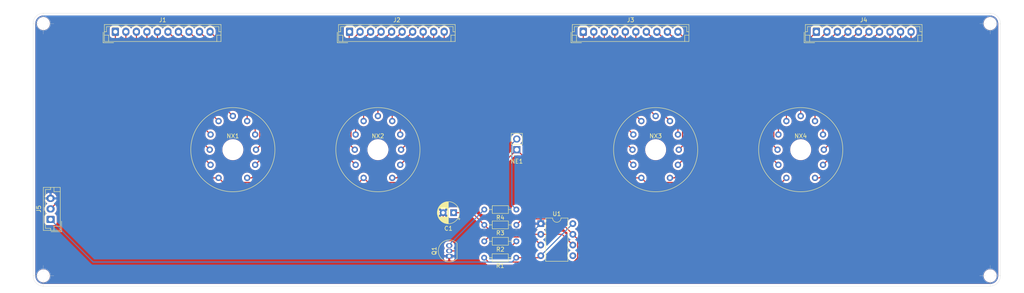
<source format=kicad_pcb>
(kicad_pcb (version 20171130) (host pcbnew 5.1.9+dfsg1-1+deb11u1)
  (title_block (title QS27_1) (date 2023-01-27) (rev v1.0) (company "Chengxun Lee"))
  (layers (0 F.Cu signal) (31 B.Cu signal) (34 B.Paste user) (35 F.Paste user) (36 B.SilkS user) (37 F.SilkS user) (38 B.Mask user) (39 F.Mask user) (44 Edge.Cuts user))
  (net 0 "")
  (net 1 GND)
  (net 2 "Net-(C1-Pad1)")
  (net 3 "Net-(J1-Pad10)")
  (net 4 "Net-(J1-Pad9)")
  (net 5 "Net-(J1-Pad8)")
  (net 6 "Net-(J1-Pad7)")
  (net 7 "Net-(J1-Pad6)")
  (net 8 "Net-(J1-Pad5)")
  (net 9 "Net-(J1-Pad4)")
  (net 10 "Net-(J1-Pad3)")
  (net 11 "Net-(J1-Pad2)")
  (net 12 "Net-(J1-Pad1)")
  (net 13 "Net-(J2-Pad10)")
  (net 14 "Net-(J2-Pad9)")
  (net 15 "Net-(J2-Pad8)")
  (net 16 "Net-(J2-Pad7)")
  (net 17 "Net-(J2-Pad6)")
  (net 18 "Net-(J2-Pad5)")
  (net 19 "Net-(J2-Pad4)")
  (net 20 "Net-(J2-Pad3)")
  (net 21 "Net-(J2-Pad2)")
  (net 22 "Net-(J2-Pad1)")
  (net 23 "Net-(J3-Pad10)")
  (net 24 "Net-(J3-Pad9)")
  (net 25 "Net-(J3-Pad8)")
  (net 26 "Net-(J3-Pad7)")
  (net 27 "Net-(J3-Pad6)")
  (net 28 "Net-(J3-Pad5)")
  (net 29 "Net-(J3-Pad4)")
  (net 30 "Net-(J3-Pad3)")
  (net 31 "Net-(J3-Pad2)")
  (net 32 "Net-(J3-Pad1)")
  (net 33 "Net-(J4-Pad10)")
  (net 34 "Net-(J4-Pad9)")
  (net 35 "Net-(J4-Pad8)")
  (net 36 "Net-(J4-Pad7)")
  (net 37 "Net-(J4-Pad6)")
  (net 38 "Net-(J4-Pad5)")
  (net 39 "Net-(J4-Pad4)")
  (net 40 "Net-(J4-Pad3)")
  (net 41 "Net-(J4-Pad2)")
  (net 42 "Net-(J4-Pad1)")
  (net 43 ANODE_PIN)
  (net 44 +5V)
  (net 45 "Net-(NE1-Pad2)")
  (net 46 "Net-(Q1-Pad3)")
  (net 47 NE555_OUT)
  (net 48 "Net-(R1-Pad2)")
  (net 49 "Net-(R2-Pad2)")
  (module MountingHole:MountingHole_2.1mm (layer F.Cu) (at 96.9 124.4)
    (fp_text reference REF** hide)
    (fp_text value MountingHole_2.1mm)
    (pad "" np_thru_hole circle (at 0 0) (size 2.1 2.1) (drill 2.1) (layers *.Cu *.Mask))
  )
  (module MountingHole:MountingHole_2.1mm (layer F.Cu) (at 96.9 184.35)
    (fp_text reference REF** hide)
    (fp_text value MountingHole_2.1mm)
    (pad "" np_thru_hole circle (at 0 0) (size 2.1 2.1) (drill 2.1) (layers *.Cu *.Mask))
  )
  (module MountingHole:MountingHole_2.1mm (layer F.Cu) (at 321.9 184.35)
    (fp_text reference REF** hide)
    (fp_text value MountingHole_2.1mm)
    (pad "" np_thru_hole circle (at 0 0) (size 2.1 2.1) (drill 2.1) (layers *.Cu *.Mask))
  )
  (module MountingHole:MountingHole_2.1mm (layer F.Cu) (at 321.9 124.4)
    (fp_text reference REF** hide)
    (fp_text value MountingHole_2.1mm)
    (pad "" np_thru_hole circle (at 0 0) (size 2.1 2.1) (drill 2.1) (layers *.Cu *.Mask))
  )
  (module Package_DIP:DIP-8_W7.62mm (layer F.Cu) (at 215.1 171.95)
    (fp_text reference U1 (at 3.81 -2.33) (layer F.SilkS))
    (fp_text value NE555P)
    (fp_line (start 6.46 -1.33) (end 4.81 -1.33) (layer F.SilkS) (width 0.12))
    (fp_line (start 6.46 8.95) (end 6.46 -1.33) (layer F.SilkS) (width 0.12))
    (fp_line (start 1.16 8.95) (end 6.46 8.95) (layer F.SilkS) (width 0.12))
    (fp_line (start 1.16 -1.33) (end 1.16 8.95) (layer F.SilkS) (width 0.12))
    (fp_line (start 2.81 -1.33) (end 1.16 -1.33) (layer F.SilkS) (width 0.12))
    (fp_arc (start 3.81 -1.33) (end 2.81 -1.33) (angle -180) (layer F.SilkS) (width 0.12))
    (pad 1 thru_hole rect (at 0 0) (size 1.6 1.6) (drill 0.8) (layers *.Cu *.Mask) (net 1 GND))
    (pad 5 thru_hole oval (at 7.62 7.62) (size 1.6 1.6) (drill 0.8) (layers *.Cu *.Mask))
    (pad 2 thru_hole oval (at 0 2.54) (size 1.6 1.6) (drill 0.8) (layers *.Cu *.Mask) (net 2 "Net-(C1-Pad1)"))
    (pad 6 thru_hole oval (at 7.62 5.08) (size 1.6 1.6) (drill 0.8) (layers *.Cu *.Mask) (net 2 "Net-(C1-Pad1)"))
    (pad 3 thru_hole oval (at 0 5.08) (size 1.6 1.6) (drill 0.8) (layers *.Cu *.Mask) (net 49 "Net-(R2-Pad2)"))
    (pad 7 thru_hole oval (at 7.62 2.54) (size 1.6 1.6) (drill 0.8) (layers *.Cu *.Mask) (net 48 "Net-(R1-Pad2)"))
    (pad 4 thru_hole oval (at 0 7.62) (size 1.6 1.6) (drill 0.8) (layers *.Cu *.Mask) (net 44 +5V))
    (pad 8 thru_hole oval (at 7.62 0) (size 1.6 1.6) (drill 0.8) (layers *.Cu *.Mask) (net 44 +5V))
  )
  (module Resistor_THT:R_Axial_DIN0204_L3.6mm_D1.6mm_P7.62mm_Horizontal (layer F.Cu) (at 209.3 168.6 180)
    (fp_text reference R4 (at 3.81 -1.92) (layer F.SilkS))
    (fp_text value 50k)
    (fp_line (start 6.68 0) (end 5.73 0) (layer F.SilkS) (width 0.12))
    (fp_line (start 0.94 0) (end 1.89 0) (layer F.SilkS) (width 0.12))
    (fp_line (start 5.73 -0.92) (end 1.89 -0.92) (layer F.SilkS) (width 0.12))
    (fp_line (start 5.73 0.92) (end 5.73 -0.92) (layer F.SilkS) (width 0.12))
    (fp_line (start 1.89 0.92) (end 5.73 0.92) (layer F.SilkS) (width 0.12))
    (fp_line (start 1.89 -0.92) (end 1.89 0.92) (layer F.SilkS) (width 0.12))
    (pad 1 thru_hole circle (at 0 0 180) (size 1.4 1.4) (drill 0.7) (layers *.Cu *.Mask) (net 45 "Net-(NE1-Pad2)"))
    (pad 2 thru_hole oval (at 7.62 0 180) (size 1.4 1.4) (drill 0.7) (layers *.Cu *.Mask) (net 46 "Net-(Q1-Pad3)"))
  )
  (module Resistor_THT:R_Axial_DIN0204_L3.6mm_D1.6mm_P7.62mm_Horizontal (layer F.Cu) (at 209.3 172.25 180)
    (fp_text reference R3 (at 3.81 -1.92) (layer F.SilkS))
    (fp_text value 100k)
    (fp_line (start 6.68 0) (end 5.73 0) (layer F.SilkS) (width 0.12))
    (fp_line (start 0.94 0) (end 1.89 0) (layer F.SilkS) (width 0.12))
    (fp_line (start 5.73 -0.92) (end 1.89 -0.92) (layer F.SilkS) (width 0.12))
    (fp_line (start 5.73 0.92) (end 5.73 -0.92) (layer F.SilkS) (width 0.12))
    (fp_line (start 1.89 0.92) (end 5.73 0.92) (layer F.SilkS) (width 0.12))
    (fp_line (start 1.89 -0.92) (end 1.89 0.92) (layer F.SilkS) (width 0.12))
    (pad 1 thru_hole circle (at 0 0 180) (size 1.4 1.4) (drill 0.7) (layers *.Cu *.Mask) (net 48 "Net-(R1-Pad2)"))
    (pad 2 thru_hole oval (at 7.62 0 180) (size 1.4 1.4) (drill 0.7) (layers *.Cu *.Mask) (net 2 "Net-(C1-Pad1)"))
  )
  (module Resistor_THT:R_Axial_DIN0204_L3.6mm_D1.6mm_P7.62mm_Horizontal (layer F.Cu) (at 209.3 176.15 180)
    (fp_text reference R2 (at 3.81 -1.92) (layer F.SilkS))
    (fp_text value 10k)
    (fp_line (start 6.68 0) (end 5.73 0) (layer F.SilkS) (width 0.12))
    (fp_line (start 0.94 0) (end 1.89 0) (layer F.SilkS) (width 0.12))
    (fp_line (start 5.73 -0.92) (end 1.89 -0.92) (layer F.SilkS) (width 0.12))
    (fp_line (start 5.73 0.92) (end 5.73 -0.92) (layer F.SilkS) (width 0.12))
    (fp_line (start 1.89 0.92) (end 5.73 0.92) (layer F.SilkS) (width 0.12))
    (fp_line (start 1.89 -0.92) (end 1.89 0.92) (layer F.SilkS) (width 0.12))
    (pad 1 thru_hole circle (at 0 0 180) (size 1.4 1.4) (drill 0.7) (layers *.Cu *.Mask) (net 47 NE555_OUT))
    (pad 2 thru_hole oval (at 7.62 0 180) (size 1.4 1.4) (drill 0.7) (layers *.Cu *.Mask) (net 49 "Net-(R2-Pad2)"))
  )
  (module Resistor_THT:R_Axial_DIN0204_L3.6mm_D1.6mm_P7.62mm_Horizontal (layer F.Cu) (at 209.27 180.05 180)
    (fp_text reference R1 (at 3.81 -1.92) (layer F.SilkS))
    (fp_text value 1k)
    (fp_line (start 6.68 0) (end 5.73 0) (layer F.SilkS) (width 0.12))
    (fp_line (start 0.94 0) (end 1.89 0) (layer F.SilkS) (width 0.12))
    (fp_line (start 5.73 -0.92) (end 1.89 -0.92) (layer F.SilkS) (width 0.12))
    (fp_line (start 5.73 0.92) (end 5.73 -0.92) (layer F.SilkS) (width 0.12))
    (fp_line (start 1.89 0.92) (end 5.73 0.92) (layer F.SilkS) (width 0.12))
    (fp_line (start 1.89 -0.92) (end 1.89 0.92) (layer F.SilkS) (width 0.12))
    (pad 1 thru_hole circle (at 0 0 180) (size 1.4 1.4) (drill 0.7) (layers *.Cu *.Mask) (net 44 +5V))
    (pad 2 thru_hole oval (at 7.62 0 180) (size 1.4 1.4) (drill 0.7) (layers *.Cu *.Mask) (net 48 "Net-(R1-Pad2)"))
  )
  (module Package_TO_SOT_THT:TO-92_Inline (layer F.Cu) (at 193.35 179.7 90)
    (fp_text reference Q1 (at 1.27 -3.56 90) (layer F.SilkS))
    (fp_text value MPSA42)
    (fp_line (start -0.53 1.85) (end 3.07 1.85) (layer F.SilkS) (width 0.12))
    (fp_arc (start 1.27 0) (end 1.27 -2.6) (angle -135) (layer F.SilkS) (width 0.12))
    (fp_arc (start 1.27 0) (end 1.27 -2.6) (angle 135) (layer F.SilkS) (width 0.12))
    (pad 2 thru_hole oval (at 1.27 0 90) (size 1.05 1.5) (drill 0.75) (layers *.Cu *.Mask) (net 47 NE555_OUT))
    (pad 3 thru_hole oval (at 2.54 0 90) (size 1.05 1.5) (drill 0.75) (layers *.Cu *.Mask) (net 46 "Net-(Q1-Pad3)"))
    (pad 1 thru_hole rect (at 0 0 90) (size 1.05 1.5) (drill 0.75) (layers *.Cu *.Mask) (net 1 GND))
  )
  (module Nixie_Clock:QS27-1 (layer F.Cu) (at 276.875 154.375)
    (fp_text reference NX4 (at 0 -3.2512) (layer F.SilkS))
    (fp_text value QS27-1)
    (fp_circle (center 0 0) (end 10 0) (layer F.SilkS) (width 0.12))
    (pad 6 thru_hole circle (at 0 -8) (size 1.5 1.5) (drill 0.8) (layers *.Cu *.Mask) (net 38 "Net-(J4-Pad5)"))
    (pad 7 thru_hole circle (at -3.4 -6.8) (size 1.5 1.5) (drill 0.8) (layers *.Cu *.Mask) (net 39 "Net-(J4-Pad4)"))
    (pad 3 thru_hole circle (at 5.5 0) (size 1.5 1.5) (drill 0.8) (layers *.Cu *.Mask) (net 35 "Net-(J4-Pad8)"))
    (pad 4 thru_hole circle (at 5.3 -3.6) (size 1.5 1.5) (drill 0.8) (layers *.Cu *.Mask) (net 36 "Net-(J4-Pad7)"))
    (pad 5 thru_hole circle (at 3.4 -6.8) (size 1.5 1.5) (drill 0.8) (layers *.Cu *.Mask) (net 37 "Net-(J4-Pad6)"))
    (pad 8 thru_hole circle (at -5.3 -3.6) (size 1.5 1.5) (drill 0.8) (layers *.Cu *.Mask) (net 40 "Net-(J4-Pad3)"))
    (pad 9 thru_hole circle (at -5.5 0) (size 1.5 1.5) (drill 0.8) (layers *.Cu *.Mask) (net 41 "Net-(J4-Pad2)"))
    (pad 0 thru_hole circle (at -5.3 3.6) (size 1.5 1.5) (drill 0.8) (layers *.Cu *.Mask) (net 42 "Net-(J4-Pad1)"))
    (pad A thru_hole circle (at -3.4 6.7) (size 1.5 1.5) (drill 0.8) (layers *.Cu *.Mask) (net 43 ANODE_PIN))
    (pad 1 thru_hole circle (at 3.4 6.7) (size 1.5 1.5) (drill 0.8) (layers *.Cu *.Mask) (net 33 "Net-(J4-Pad10)"))
    (pad 2 thru_hole circle (at 5.3 3.6) (size 1.5 1.5) (drill 0.8) (layers *.Cu *.Mask) (net 34 "Net-(J4-Pad9)"))
    (pad "" np_thru_hole circle (at 0 0) (size 4 4) (drill 4) (layers *.Cu *.Mask))
  )
  (module Nixie_Clock:QS27-1 (layer F.Cu) (at 242.4 154.375)
    (fp_text reference NX3 (at 0 -3.2512) (layer F.SilkS))
    (fp_text value QS27-1)
    (fp_circle (center 0 0) (end 10 0) (layer F.SilkS) (width 0.12))
    (pad 6 thru_hole circle (at 0 -8) (size 1.5 1.5) (drill 0.8) (layers *.Cu *.Mask) (net 28 "Net-(J3-Pad5)"))
    (pad 7 thru_hole circle (at -3.4 -6.8) (size 1.5 1.5) (drill 0.8) (layers *.Cu *.Mask) (net 29 "Net-(J3-Pad4)"))
    (pad 3 thru_hole circle (at 5.5 0) (size 1.5 1.5) (drill 0.8) (layers *.Cu *.Mask) (net 25 "Net-(J3-Pad8)"))
    (pad 4 thru_hole circle (at 5.3 -3.6) (size 1.5 1.5) (drill 0.8) (layers *.Cu *.Mask) (net 26 "Net-(J3-Pad7)"))
    (pad 5 thru_hole circle (at 3.4 -6.8) (size 1.5 1.5) (drill 0.8) (layers *.Cu *.Mask) (net 27 "Net-(J3-Pad6)"))
    (pad 8 thru_hole circle (at -5.3 -3.6) (size 1.5 1.5) (drill 0.8) (layers *.Cu *.Mask) (net 30 "Net-(J3-Pad3)"))
    (pad 9 thru_hole circle (at -5.5 0) (size 1.5 1.5) (drill 0.8) (layers *.Cu *.Mask) (net 31 "Net-(J3-Pad2)"))
    (pad 0 thru_hole circle (at -5.3 3.6) (size 1.5 1.5) (drill 0.8) (layers *.Cu *.Mask) (net 32 "Net-(J3-Pad1)"))
    (pad A thru_hole circle (at -3.4 6.7) (size 1.5 1.5) (drill 0.8) (layers *.Cu *.Mask) (net 43 ANODE_PIN))
    (pad 1 thru_hole circle (at 3.4 6.7) (size 1.5 1.5) (drill 0.8) (layers *.Cu *.Mask) (net 23 "Net-(J3-Pad10)"))
    (pad 2 thru_hole circle (at 5.3 3.6) (size 1.5 1.5) (drill 0.8) (layers *.Cu *.Mask) (net 24 "Net-(J3-Pad9)"))
    (pad "" np_thru_hole circle (at 0 0) (size 4 4) (drill 4) (layers *.Cu *.Mask))
  )
  (module Nixie_Clock:QS27-1 (layer F.Cu) (at 176.4 154.375)
    (fp_text reference NX2 (at 0 -3.2512) (layer F.SilkS))
    (fp_text value QS27-1)
    (fp_circle (center 0 0) (end 10 0) (layer F.SilkS) (width 0.12))
    (pad 6 thru_hole circle (at 0 -8) (size 1.5 1.5) (drill 0.8) (layers *.Cu *.Mask) (net 18 "Net-(J2-Pad5)"))
    (pad 7 thru_hole circle (at -3.4 -6.8) (size 1.5 1.5) (drill 0.8) (layers *.Cu *.Mask) (net 19 "Net-(J2-Pad4)"))
    (pad 3 thru_hole circle (at 5.5 0) (size 1.5 1.5) (drill 0.8) (layers *.Cu *.Mask) (net 15 "Net-(J2-Pad8)"))
    (pad 4 thru_hole circle (at 5.3 -3.6) (size 1.5 1.5) (drill 0.8) (layers *.Cu *.Mask) (net 16 "Net-(J2-Pad7)"))
    (pad 5 thru_hole circle (at 3.4 -6.8) (size 1.5 1.5) (drill 0.8) (layers *.Cu *.Mask) (net 17 "Net-(J2-Pad6)"))
    (pad 8 thru_hole circle (at -5.3 -3.6) (size 1.5 1.5) (drill 0.8) (layers *.Cu *.Mask) (net 20 "Net-(J2-Pad3)"))
    (pad 9 thru_hole circle (at -5.5 0) (size 1.5 1.5) (drill 0.8) (layers *.Cu *.Mask) (net 21 "Net-(J2-Pad2)"))
    (pad 0 thru_hole circle (at -5.3 3.6) (size 1.5 1.5) (drill 0.8) (layers *.Cu *.Mask) (net 22 "Net-(J2-Pad1)"))
    (pad A thru_hole circle (at -3.4 6.7) (size 1.5 1.5) (drill 0.8) (layers *.Cu *.Mask) (net 43 ANODE_PIN))
    (pad 1 thru_hole circle (at 3.4 6.7) (size 1.5 1.5) (drill 0.8) (layers *.Cu *.Mask) (net 13 "Net-(J2-Pad10)"))
    (pad 2 thru_hole circle (at 5.3 3.6) (size 1.5 1.5) (drill 0.8) (layers *.Cu *.Mask) (net 14 "Net-(J2-Pad9)"))
    (pad "" np_thru_hole circle (at 0 0) (size 4 4) (drill 4) (layers *.Cu *.Mask))
  )
  (module Nixie_Clock:QS27-1 (layer F.Cu) (at 141.925 154.375)
    (fp_text reference NX1 (at 0 -3.2512) (layer F.SilkS))
    (fp_text value QS27-1)
    (fp_circle (center 0 0) (end 10 0) (layer F.SilkS) (width 0.12))
    (pad 6 thru_hole circle (at 0 -8) (size 1.5 1.5) (drill 0.8) (layers *.Cu *.Mask) (net 8 "Net-(J1-Pad5)"))
    (pad 7 thru_hole circle (at -3.4 -6.8) (size 1.5 1.5) (drill 0.8) (layers *.Cu *.Mask) (net 9 "Net-(J1-Pad4)"))
    (pad 3 thru_hole circle (at 5.5 0) (size 1.5 1.5) (drill 0.8) (layers *.Cu *.Mask) (net 5 "Net-(J1-Pad8)"))
    (pad 4 thru_hole circle (at 5.3 -3.6) (size 1.5 1.5) (drill 0.8) (layers *.Cu *.Mask) (net 6 "Net-(J1-Pad7)"))
    (pad 5 thru_hole circle (at 3.4 -6.8) (size 1.5 1.5) (drill 0.8) (layers *.Cu *.Mask) (net 7 "Net-(J1-Pad6)"))
    (pad 8 thru_hole circle (at -5.3 -3.6) (size 1.5 1.5) (drill 0.8) (layers *.Cu *.Mask) (net 10 "Net-(J1-Pad3)"))
    (pad 9 thru_hole circle (at -5.5 0) (size 1.5 1.5) (drill 0.8) (layers *.Cu *.Mask) (net 11 "Net-(J1-Pad2)"))
    (pad 0 thru_hole circle (at -5.3 3.6) (size 1.5 1.5) (drill 0.8) (layers *.Cu *.Mask) (net 12 "Net-(J1-Pad1)"))
    (pad A thru_hole circle (at -3.4 6.7) (size 1.5 1.5) (drill 0.8) (layers *.Cu *.Mask) (net 43 ANODE_PIN))
    (pad 1 thru_hole circle (at 3.4 6.7) (size 1.5 1.5) (drill 0.8) (layers *.Cu *.Mask) (net 3 "Net-(J1-Pad10)"))
    (pad 2 thru_hole circle (at 5.3 3.6) (size 1.5 1.5) (drill 0.8) (layers *.Cu *.Mask) (net 4 "Net-(J1-Pad9)"))
    (pad "" np_thru_hole circle (at 0 0) (size 4 4) (drill 4) (layers *.Cu *.Mask))
  )
  (module Connector_PinSocket_2.54mm:PinSocket_1x02_P2.54mm_Vertical (layer F.Cu) (at 209.4 154.375 180)
    (fp_text reference NE1 (at 0 -2.77) (layer F.SilkS))
    (fp_text value Lamp_Neon)
    (fp_line (start -1.33 1.27) (end 1.33 1.27) (layer F.SilkS) (width 0.12))
    (fp_line (start -1.33 1.27) (end -1.33 3.87) (layer F.SilkS) (width 0.12))
    (fp_line (start -1.33 3.87) (end 1.33 3.87) (layer F.SilkS) (width 0.12))
    (fp_line (start 1.33 1.27) (end 1.33 3.87) (layer F.SilkS) (width 0.12))
    (fp_line (start 1.33 -1.33) (end 1.33 0) (layer F.SilkS) (width 0.12))
    (fp_line (start 0 -1.33) (end 1.33 -1.33) (layer F.SilkS) (width 0.12))
    (pad 2 thru_hole oval (at 0 2.54 180) (size 1.7 1.7) (drill 1) (layers *.Cu *.Mask) (net 45 "Net-(NE1-Pad2)"))
    (pad 1 thru_hole rect (at 0 0 180) (size 1.7 1.7) (drill 1) (layers *.Cu *.Mask) (net 43 ANODE_PIN))
  )
  (module Connector_JST:JST_EH_B3B-EH-A_1x03_P2.50mm_Vertical (layer F.Cu) (at 98.6 170.95 90)
    (fp_text reference J5 (at 2.5 -2.8 90) (layer F.SilkS))
    (fp_text value Conn_01x03)
    (fp_line (start -2.61 -1.71) (end -2.61 2.31) (layer F.SilkS) (width 0.12))
    (fp_line (start -2.61 2.31) (end 7.61 2.31) (layer F.SilkS) (width 0.12))
    (fp_line (start 7.61 2.31) (end 7.61 -1.71) (layer F.SilkS) (width 0.12))
    (fp_line (start 7.61 -1.71) (end -2.61 -1.71) (layer F.SilkS) (width 0.12))
    (fp_line (start -2.61 0) (end -2.11 0) (layer F.SilkS) (width 0.12))
    (fp_line (start -2.11 0) (end -2.11 -1.21) (layer F.SilkS) (width 0.12))
    (fp_line (start -2.11 -1.21) (end 7.11 -1.21) (layer F.SilkS) (width 0.12))
    (fp_line (start 7.11 -1.21) (end 7.11 0) (layer F.SilkS) (width 0.12))
    (fp_line (start 7.11 0) (end 7.61 0) (layer F.SilkS) (width 0.12))
    (fp_line (start -2.61 0.81) (end -1.61 0.81) (layer F.SilkS) (width 0.12))
    (fp_line (start -1.61 0.81) (end -1.61 2.31) (layer F.SilkS) (width 0.12))
    (fp_line (start 7.61 0.81) (end 6.61 0.81) (layer F.SilkS) (width 0.12))
    (fp_line (start 6.61 0.81) (end 6.61 2.31) (layer F.SilkS) (width 0.12))
    (fp_line (start -2.91 0.11) (end -2.91 2.61) (layer F.SilkS) (width 0.12))
    (fp_line (start -2.91 2.61) (end -0.41 2.61) (layer F.SilkS) (width 0.12))
    (pad 3 thru_hole oval (at 5 0 90) (size 1.7 1.95) (drill 0.95) (layers *.Cu *.Mask) (net 1 GND))
    (pad 2 thru_hole oval (at 2.5 0 90) (size 1.7 1.95) (drill 0.95) (layers *.Cu *.Mask) (net 43 ANODE_PIN))
    (pad 1 thru_hole roundrect (at 0 0 90) (size 1.7 1.95) (drill 0.95) (layers *.Cu *.Mask) (roundrect_rratio 0.1470588235294118) (net 44 +5V))
  )
  (module Connector_JST:JST_EH_B10B-EH-A_1x10_P2.50mm_Vertical (layer F.Cu) (at 280.6 126.35)
    (fp_text reference J4 (at 11.25 -2.8) (layer F.SilkS))
    (fp_text value Conn_01x10)
    (fp_line (start -2.61 -1.71) (end -2.61 2.31) (layer F.SilkS) (width 0.12))
    (fp_line (start -2.61 2.31) (end 25.11 2.31) (layer F.SilkS) (width 0.12))
    (fp_line (start 25.11 2.31) (end 25.11 -1.71) (layer F.SilkS) (width 0.12))
    (fp_line (start 25.11 -1.71) (end -2.61 -1.71) (layer F.SilkS) (width 0.12))
    (fp_line (start -2.61 0) (end -2.11 0) (layer F.SilkS) (width 0.12))
    (fp_line (start -2.11 0) (end -2.11 -1.21) (layer F.SilkS) (width 0.12))
    (fp_line (start -2.11 -1.21) (end 24.61 -1.21) (layer F.SilkS) (width 0.12))
    (fp_line (start 24.61 -1.21) (end 24.61 0) (layer F.SilkS) (width 0.12))
    (fp_line (start 24.61 0) (end 25.11 0) (layer F.SilkS) (width 0.12))
    (fp_line (start -2.61 0.81) (end -1.61 0.81) (layer F.SilkS) (width 0.12))
    (fp_line (start -1.61 0.81) (end -1.61 2.31) (layer F.SilkS) (width 0.12))
    (fp_line (start 25.11 0.81) (end 24.11 0.81) (layer F.SilkS) (width 0.12))
    (fp_line (start 24.11 0.81) (end 24.11 2.31) (layer F.SilkS) (width 0.12))
    (fp_line (start -2.91 0.11) (end -2.91 2.61) (layer F.SilkS) (width 0.12))
    (fp_line (start -2.91 2.61) (end -0.41 2.61) (layer F.SilkS) (width 0.12))
    (pad 10 thru_hole oval (at 22.5 0) (size 1.7 1.95) (drill 0.95) (layers *.Cu *.Mask) (net 33 "Net-(J4-Pad10)"))
    (pad 9 thru_hole oval (at 20 0) (size 1.7 1.95) (drill 0.95) (layers *.Cu *.Mask) (net 34 "Net-(J4-Pad9)"))
    (pad 8 thru_hole oval (at 17.5 0) (size 1.7 1.95) (drill 0.95) (layers *.Cu *.Mask) (net 35 "Net-(J4-Pad8)"))
    (pad 7 thru_hole oval (at 15 0) (size 1.7 1.95) (drill 0.95) (layers *.Cu *.Mask) (net 36 "Net-(J4-Pad7)"))
    (pad 6 thru_hole oval (at 12.5 0) (size 1.7 1.95) (drill 0.95) (layers *.Cu *.Mask) (net 37 "Net-(J4-Pad6)"))
    (pad 5 thru_hole oval (at 10 0) (size 1.7 1.95) (drill 0.95) (layers *.Cu *.Mask) (net 38 "Net-(J4-Pad5)"))
    (pad 4 thru_hole oval (at 7.5 0) (size 1.7 1.95) (drill 0.95) (layers *.Cu *.Mask) (net 39 "Net-(J4-Pad4)"))
    (pad 3 thru_hole oval (at 5 0) (size 1.7 1.95) (drill 0.95) (layers *.Cu *.Mask) (net 40 "Net-(J4-Pad3)"))
    (pad 2 thru_hole oval (at 2.5 0) (size 1.7 1.95) (drill 0.95) (layers *.Cu *.Mask) (net 41 "Net-(J4-Pad2)"))
    (pad 1 thru_hole roundrect (at 0 0) (size 1.7 1.95) (drill 0.95) (layers *.Cu *.Mask) (roundrect_rratio 0.1470588235294118) (net 42 "Net-(J4-Pad1)"))
  )
  (module Connector_JST:JST_EH_B10B-EH-A_1x10_P2.50mm_Vertical (layer F.Cu) (at 225.2 126.35)
    (fp_text reference J3 (at 11.25 -2.8) (layer F.SilkS))
    (fp_text value Conn_01x10)
    (fp_line (start -2.61 -1.71) (end -2.61 2.31) (layer F.SilkS) (width 0.12))
    (fp_line (start -2.61 2.31) (end 25.11 2.31) (layer F.SilkS) (width 0.12))
    (fp_line (start 25.11 2.31) (end 25.11 -1.71) (layer F.SilkS) (width 0.12))
    (fp_line (start 25.11 -1.71) (end -2.61 -1.71) (layer F.SilkS) (width 0.12))
    (fp_line (start -2.61 0) (end -2.11 0) (layer F.SilkS) (width 0.12))
    (fp_line (start -2.11 0) (end -2.11 -1.21) (layer F.SilkS) (width 0.12))
    (fp_line (start -2.11 -1.21) (end 24.61 -1.21) (layer F.SilkS) (width 0.12))
    (fp_line (start 24.61 -1.21) (end 24.61 0) (layer F.SilkS) (width 0.12))
    (fp_line (start 24.61 0) (end 25.11 0) (layer F.SilkS) (width 0.12))
    (fp_line (start -2.61 0.81) (end -1.61 0.81) (layer F.SilkS) (width 0.12))
    (fp_line (start -1.61 0.81) (end -1.61 2.31) (layer F.SilkS) (width 0.12))
    (fp_line (start 25.11 0.81) (end 24.11 0.81) (layer F.SilkS) (width 0.12))
    (fp_line (start 24.11 0.81) (end 24.11 2.31) (layer F.SilkS) (width 0.12))
    (fp_line (start -2.91 0.11) (end -2.91 2.61) (layer F.SilkS) (width 0.12))
    (fp_line (start -2.91 2.61) (end -0.41 2.61) (layer F.SilkS) (width 0.12))
    (pad 10 thru_hole oval (at 22.5 0) (size 1.7 1.95) (drill 0.95) (layers *.Cu *.Mask) (net 23 "Net-(J3-Pad10)"))
    (pad 9 thru_hole oval (at 20 0) (size 1.7 1.95) (drill 0.95) (layers *.Cu *.Mask) (net 24 "Net-(J3-Pad9)"))
    (pad 8 thru_hole oval (at 17.5 0) (size 1.7 1.95) (drill 0.95) (layers *.Cu *.Mask) (net 25 "Net-(J3-Pad8)"))
    (pad 7 thru_hole oval (at 15 0) (size 1.7 1.95) (drill 0.95) (layers *.Cu *.Mask) (net 26 "Net-(J3-Pad7)"))
    (pad 6 thru_hole oval (at 12.5 0) (size 1.7 1.95) (drill 0.95) (layers *.Cu *.Mask) (net 27 "Net-(J3-Pad6)"))
    (pad 5 thru_hole oval (at 10 0) (size 1.7 1.95) (drill 0.95) (layers *.Cu *.Mask) (net 28 "Net-(J3-Pad5)"))
    (pad 4 thru_hole oval (at 7.5 0) (size 1.7 1.95) (drill 0.95) (layers *.Cu *.Mask) (net 29 "Net-(J3-Pad4)"))
    (pad 3 thru_hole oval (at 5 0) (size 1.7 1.95) (drill 0.95) (layers *.Cu *.Mask) (net 30 "Net-(J3-Pad3)"))
    (pad 2 thru_hole oval (at 2.5 0) (size 1.7 1.95) (drill 0.95) (layers *.Cu *.Mask) (net 31 "Net-(J3-Pad2)"))
    (pad 1 thru_hole roundrect (at 0 0) (size 1.7 1.95) (drill 0.95) (layers *.Cu *.Mask) (roundrect_rratio 0.1470588235294118) (net 32 "Net-(J3-Pad1)"))
  )
  (module Connector_JST:JST_EH_B10B-EH-A_1x10_P2.50mm_Vertical (layer F.Cu) (at 169.65 126.35)
    (fp_text reference J2 (at 11.25 -2.8) (layer F.SilkS))
    (fp_text value Conn_01x10)
    (fp_line (start -2.61 -1.71) (end -2.61 2.31) (layer F.SilkS) (width 0.12))
    (fp_line (start -2.61 2.31) (end 25.11 2.31) (layer F.SilkS) (width 0.12))
    (fp_line (start 25.11 2.31) (end 25.11 -1.71) (layer F.SilkS) (width 0.12))
    (fp_line (start 25.11 -1.71) (end -2.61 -1.71) (layer F.SilkS) (width 0.12))
    (fp_line (start -2.61 0) (end -2.11 0) (layer F.SilkS) (width 0.12))
    (fp_line (start -2.11 0) (end -2.11 -1.21) (layer F.SilkS) (width 0.12))
    (fp_line (start -2.11 -1.21) (end 24.61 -1.21) (layer F.SilkS) (width 0.12))
    (fp_line (start 24.61 -1.21) (end 24.61 0) (layer F.SilkS) (width 0.12))
    (fp_line (start 24.61 0) (end 25.11 0) (layer F.SilkS) (width 0.12))
    (fp_line (start -2.61 0.81) (end -1.61 0.81) (layer F.SilkS) (width 0.12))
    (fp_line (start -1.61 0.81) (end -1.61 2.31) (layer F.SilkS) (width 0.12))
    (fp_line (start 25.11 0.81) (end 24.11 0.81) (layer F.SilkS) (width 0.12))
    (fp_line (start 24.11 0.81) (end 24.11 2.31) (layer F.SilkS) (width 0.12))
    (fp_line (start -2.91 0.11) (end -2.91 2.61) (layer F.SilkS) (width 0.12))
    (fp_line (start -2.91 2.61) (end -0.41 2.61) (layer F.SilkS) (width 0.12))
    (pad 10 thru_hole oval (at 22.5 0) (size 1.7 1.95) (drill 0.95) (layers *.Cu *.Mask) (net 13 "Net-(J2-Pad10)"))
    (pad 9 thru_hole oval (at 20 0) (size 1.7 1.95) (drill 0.95) (layers *.Cu *.Mask) (net 14 "Net-(J2-Pad9)"))
    (pad 8 thru_hole oval (at 17.5 0) (size 1.7 1.95) (drill 0.95) (layers *.Cu *.Mask) (net 15 "Net-(J2-Pad8)"))
    (pad 7 thru_hole oval (at 15 0) (size 1.7 1.95) (drill 0.95) (layers *.Cu *.Mask) (net 16 "Net-(J2-Pad7)"))
    (pad 6 thru_hole oval (at 12.5 0) (size 1.7 1.95) (drill 0.95) (layers *.Cu *.Mask) (net 17 "Net-(J2-Pad6)"))
    (pad 5 thru_hole oval (at 10 0) (size 1.7 1.95) (drill 0.95) (layers *.Cu *.Mask) (net 18 "Net-(J2-Pad5)"))
    (pad 4 thru_hole oval (at 7.5 0) (size 1.7 1.95) (drill 0.95) (layers *.Cu *.Mask) (net 19 "Net-(J2-Pad4)"))
    (pad 3 thru_hole oval (at 5 0) (size 1.7 1.95) (drill 0.95) (layers *.Cu *.Mask) (net 20 "Net-(J2-Pad3)"))
    (pad 2 thru_hole oval (at 2.5 0) (size 1.7 1.95) (drill 0.95) (layers *.Cu *.Mask) (net 21 "Net-(J2-Pad2)"))
    (pad 1 thru_hole roundrect (at 0 0) (size 1.7 1.95) (drill 0.95) (layers *.Cu *.Mask) (roundrect_rratio 0.1470588235294118) (net 22 "Net-(J2-Pad1)"))
  )
  (module Connector_JST:JST_EH_B10B-EH-A_1x10_P2.50mm_Vertical (layer F.Cu) (at 114 126.35)
    (fp_text reference J1 (at 11.25 -2.8) (layer F.SilkS))
    (fp_text value Conn_01x10)
    (fp_line (start -2.61 -1.71) (end -2.61 2.31) (layer F.SilkS) (width 0.12))
    (fp_line (start -2.61 2.31) (end 25.11 2.31) (layer F.SilkS) (width 0.12))
    (fp_line (start 25.11 2.31) (end 25.11 -1.71) (layer F.SilkS) (width 0.12))
    (fp_line (start 25.11 -1.71) (end -2.61 -1.71) (layer F.SilkS) (width 0.12))
    (fp_line (start -2.61 0) (end -2.11 0) (layer F.SilkS) (width 0.12))
    (fp_line (start -2.11 0) (end -2.11 -1.21) (layer F.SilkS) (width 0.12))
    (fp_line (start -2.11 -1.21) (end 24.61 -1.21) (layer F.SilkS) (width 0.12))
    (fp_line (start 24.61 -1.21) (end 24.61 0) (layer F.SilkS) (width 0.12))
    (fp_line (start 24.61 0) (end 25.11 0) (layer F.SilkS) (width 0.12))
    (fp_line (start -2.61 0.81) (end -1.61 0.81) (layer F.SilkS) (width 0.12))
    (fp_line (start -1.61 0.81) (end -1.61 2.31) (layer F.SilkS) (width 0.12))
    (fp_line (start 25.11 0.81) (end 24.11 0.81) (layer F.SilkS) (width 0.12))
    (fp_line (start 24.11 0.81) (end 24.11 2.31) (layer F.SilkS) (width 0.12))
    (fp_line (start -2.91 0.11) (end -2.91 2.61) (layer F.SilkS) (width 0.12))
    (fp_line (start -2.91 2.61) (end -0.41 2.61) (layer F.SilkS) (width 0.12))
    (pad 10 thru_hole oval (at 22.5 0) (size 1.7 1.95) (drill 0.95) (layers *.Cu *.Mask) (net 3 "Net-(J1-Pad10)"))
    (pad 9 thru_hole oval (at 20 0) (size 1.7 1.95) (drill 0.95) (layers *.Cu *.Mask) (net 4 "Net-(J1-Pad9)"))
    (pad 8 thru_hole oval (at 17.5 0) (size 1.7 1.95) (drill 0.95) (layers *.Cu *.Mask) (net 5 "Net-(J1-Pad8)"))
    (pad 7 thru_hole oval (at 15 0) (size 1.7 1.95) (drill 0.95) (layers *.Cu *.Mask) (net 6 "Net-(J1-Pad7)"))
    (pad 6 thru_hole oval (at 12.5 0) (size 1.7 1.95) (drill 0.95) (layers *.Cu *.Mask) (net 7 "Net-(J1-Pad6)"))
    (pad 5 thru_hole oval (at 10 0) (size 1.7 1.95) (drill 0.95) (layers *.Cu *.Mask) (net 8 "Net-(J1-Pad5)"))
    (pad 4 thru_hole oval (at 7.5 0) (size 1.7 1.95) (drill 0.95) (layers *.Cu *.Mask) (net 9 "Net-(J1-Pad4)"))
    (pad 3 thru_hole oval (at 5 0) (size 1.7 1.95) (drill 0.95) (layers *.Cu *.Mask) (net 10 "Net-(J1-Pad3)"))
    (pad 2 thru_hole oval (at 2.5 0) (size 1.7 1.95) (drill 0.95) (layers *.Cu *.Mask) (net 11 "Net-(J1-Pad2)"))
    (pad 1 thru_hole roundrect (at 0 0) (size 1.7 1.95) (drill 0.95) (layers *.Cu *.Mask) (roundrect_rratio 0.1470588235294118) (net 12 "Net-(J1-Pad1)"))
  )
  (module Capacitor_THT:CP_Radial_D5.0mm_P2.50mm (layer F.Cu) (at 194.4 169.35 180)
    (fp_text reference C1 (at 1.25 -3.75) (layer F.SilkS))
    (fp_text value 10uF)
    (fp_line (start -1.304775 -1.725) (end -1.304775 -1.225) (layer F.SilkS) (width 0.12))
    (fp_line (start -1.554775 -1.475) (end -1.054775 -1.475) (layer F.SilkS) (width 0.12))
    (fp_line (start 3.851 -0.284) (end 3.851 0.284) (layer F.SilkS) (width 0.12))
    (fp_line (start 3.811 -0.518) (end 3.811 0.518) (layer F.SilkS) (width 0.12))
    (fp_line (start 3.771 -0.677) (end 3.771 0.677) (layer F.SilkS) (width 0.12))
    (fp_line (start 3.731 -0.805) (end 3.731 0.805) (layer F.SilkS) (width 0.12))
    (fp_line (start 3.691 -0.915) (end 3.691 0.915) (layer F.SilkS) (width 0.12))
    (fp_line (start 3.651 -1.011) (end 3.651 1.011) (layer F.SilkS) (width 0.12))
    (fp_line (start 3.611 -1.098) (end 3.611 1.098) (layer F.SilkS) (width 0.12))
    (fp_line (start 3.571 -1.178) (end 3.571 1.178) (layer F.SilkS) (width 0.12))
    (fp_line (start 3.531 1.04) (end 3.531 1.251) (layer F.SilkS) (width 0.12))
    (fp_line (start 3.531 -1.251) (end 3.531 -1.04) (layer F.SilkS) (width 0.12))
    (fp_line (start 3.491 1.04) (end 3.491 1.319) (layer F.SilkS) (width 0.12))
    (fp_line (start 3.491 -1.319) (end 3.491 -1.04) (layer F.SilkS) (width 0.12))
    (fp_line (start 3.451 1.04) (end 3.451 1.383) (layer F.SilkS) (width 0.12))
    (fp_line (start 3.451 -1.383) (end 3.451 -1.04) (layer F.SilkS) (width 0.12))
    (fp_line (start 3.411 1.04) (end 3.411 1.443) (layer F.SilkS) (width 0.12))
    (fp_line (start 3.411 -1.443) (end 3.411 -1.04) (layer F.SilkS) (width 0.12))
    (fp_line (start 3.371 1.04) (end 3.371 1.5) (layer F.SilkS) (width 0.12))
    (fp_line (start 3.371 -1.5) (end 3.371 -1.04) (layer F.SilkS) (width 0.12))
    (fp_line (start 3.331 1.04) (end 3.331 1.554) (layer F.SilkS) (width 0.12))
    (fp_line (start 3.331 -1.554) (end 3.331 -1.04) (layer F.SilkS) (width 0.12))
    (fp_line (start 3.291 1.04) (end 3.291 1.605) (layer F.SilkS) (width 0.12))
    (fp_line (start 3.291 -1.605) (end 3.291 -1.04) (layer F.SilkS) (width 0.12))
    (fp_line (start 3.251 1.04) (end 3.251 1.653) (layer F.SilkS) (width 0.12))
    (fp_line (start 3.251 -1.653) (end 3.251 -1.04) (layer F.SilkS) (width 0.12))
    (fp_line (start 3.211 1.04) (end 3.211 1.699) (layer F.SilkS) (width 0.12))
    (fp_line (start 3.211 -1.699) (end 3.211 -1.04) (layer F.SilkS) (width 0.12))
    (fp_line (start 3.171 1.04) (end 3.171 1.743) (layer F.SilkS) (width 0.12))
    (fp_line (start 3.171 -1.743) (end 3.171 -1.04) (layer F.SilkS) (width 0.12))
    (fp_line (start 3.131 1.04) (end 3.131 1.785) (layer F.SilkS) (width 0.12))
    (fp_line (start 3.131 -1.785) (end 3.131 -1.04) (layer F.SilkS) (width 0.12))
    (fp_line (start 3.091 1.04) (end 3.091 1.826) (layer F.SilkS) (width 0.12))
    (fp_line (start 3.091 -1.826) (end 3.091 -1.04) (layer F.SilkS) (width 0.12))
    (fp_line (start 3.051 1.04) (end 3.051 1.864) (layer F.SilkS) (width 0.12))
    (fp_line (start 3.051 -1.864) (end 3.051 -1.04) (layer F.SilkS) (width 0.12))
    (fp_line (start 3.011 1.04) (end 3.011 1.901) (layer F.SilkS) (width 0.12))
    (fp_line (start 3.011 -1.901) (end 3.011 -1.04) (layer F.SilkS) (width 0.12))
    (fp_line (start 2.971 1.04) (end 2.971 1.937) (layer F.SilkS) (width 0.12))
    (fp_line (start 2.971 -1.937) (end 2.971 -1.04) (layer F.SilkS) (width 0.12))
    (fp_line (start 2.931 1.04) (end 2.931 1.971) (layer F.SilkS) (width 0.12))
    (fp_line (start 2.931 -1.971) (end 2.931 -1.04) (layer F.SilkS) (width 0.12))
    (fp_line (start 2.891 1.04) (end 2.891 2.004) (layer F.SilkS) (width 0.12))
    (fp_line (start 2.891 -2.004) (end 2.891 -1.04) (layer F.SilkS) (width 0.12))
    (fp_line (start 2.851 1.04) (end 2.851 2.035) (layer F.SilkS) (width 0.12))
    (fp_line (start 2.851 -2.035) (end 2.851 -1.04) (layer F.SilkS) (width 0.12))
    (fp_line (start 2.811 1.04) (end 2.811 2.065) (layer F.SilkS) (width 0.12))
    (fp_line (start 2.811 -2.065) (end 2.811 -1.04) (layer F.SilkS) (width 0.12))
    (fp_line (start 2.771 1.04) (end 2.771 2.095) (layer F.SilkS) (width 0.12))
    (fp_line (start 2.771 -2.095) (end 2.771 -1.04) (layer F.SilkS) (width 0.12))
    (fp_line (start 2.731 1.04) (end 2.731 2.122) (layer F.SilkS) (width 0.12))
    (fp_line (start 2.731 -2.122) (end 2.731 -1.04) (layer F.SilkS) (width 0.12))
    (fp_line (start 2.691 1.04) (end 2.691 2.149) (layer F.SilkS) (width 0.12))
    (fp_line (start 2.691 -2.149) (end 2.691 -1.04) (layer F.SilkS) (width 0.12))
    (fp_line (start 2.651 1.04) (end 2.651 2.175) (layer F.SilkS) (width 0.12))
    (fp_line (start 2.651 -2.175) (end 2.651 -1.04) (layer F.SilkS) (width 0.12))
    (fp_line (start 2.611 1.04) (end 2.611 2.2) (layer F.SilkS) (width 0.12))
    (fp_line (start 2.611 -2.2) (end 2.611 -1.04) (layer F.SilkS) (width 0.12))
    (fp_line (start 2.571 1.04) (end 2.571 2.224) (layer F.SilkS) (width 0.12))
    (fp_line (start 2.571 -2.224) (end 2.571 -1.04) (layer F.SilkS) (width 0.12))
    (fp_line (start 2.531 1.04) (end 2.531 2.247) (layer F.SilkS) (width 0.12))
    (fp_line (start 2.531 -2.247) (end 2.531 -1.04) (layer F.SilkS) (width 0.12))
    (fp_line (start 2.491 1.04) (end 2.491 2.268) (layer F.SilkS) (width 0.12))
    (fp_line (start 2.491 -2.268) (end 2.491 -1.04) (layer F.SilkS) (width 0.12))
    (fp_line (start 2.451 1.04) (end 2.451 2.29) (layer F.SilkS) (width 0.12))
    (fp_line (start 2.451 -2.29) (end 2.451 -1.04) (layer F.SilkS) (width 0.12))
    (fp_line (start 2.411 1.04) (end 2.411 2.31) (layer F.SilkS) (width 0.12))
    (fp_line (start 2.411 -2.31) (end 2.411 -1.04) (layer F.SilkS) (width 0.12))
    (fp_line (start 2.371 1.04) (end 2.371 2.329) (layer F.SilkS) (width 0.12))
    (fp_line (start 2.371 -2.329) (end 2.371 -1.04) (layer F.SilkS) (width 0.12))
    (fp_line (start 2.331 1.04) (end 2.331 2.348) (layer F.SilkS) (width 0.12))
    (fp_line (start 2.331 -2.348) (end 2.331 -1.04) (layer F.SilkS) (width 0.12))
    (fp_line (start 2.291 1.04) (end 2.291 2.365) (layer F.SilkS) (width 0.12))
    (fp_line (start 2.291 -2.365) (end 2.291 -1.04) (layer F.SilkS) (width 0.12))
    (fp_line (start 2.251 1.04) (end 2.251 2.382) (layer F.SilkS) (width 0.12))
    (fp_line (start 2.251 -2.382) (end 2.251 -1.04) (layer F.SilkS) (width 0.12))
    (fp_line (start 2.211 1.04) (end 2.211 2.398) (layer F.SilkS) (width 0.12))
    (fp_line (start 2.211 -2.398) (end 2.211 -1.04) (layer F.SilkS) (width 0.12))
    (fp_line (start 2.171 1.04) (end 2.171 2.414) (layer F.SilkS) (width 0.12))
    (fp_line (start 2.171 -2.414) (end 2.171 -1.04) (layer F.SilkS) (width 0.12))
    (fp_line (start 2.131 1.04) (end 2.131 2.428) (layer F.SilkS) (width 0.12))
    (fp_line (start 2.131 -2.428) (end 2.131 -1.04) (layer F.SilkS) (width 0.12))
    (fp_line (start 2.091 1.04) (end 2.091 2.442) (layer F.SilkS) (width 0.12))
    (fp_line (start 2.091 -2.442) (end 2.091 -1.04) (layer F.SilkS) (width 0.12))
    (fp_line (start 2.051 1.04) (end 2.051 2.455) (layer F.SilkS) (width 0.12))
    (fp_line (start 2.051 -2.455) (end 2.051 -1.04) (layer F.SilkS) (width 0.12))
    (fp_line (start 2.011 1.04) (end 2.011 2.468) (layer F.SilkS) (width 0.12))
    (fp_line (start 2.011 -2.468) (end 2.011 -1.04) (layer F.SilkS) (width 0.12))
    (fp_line (start 1.971 1.04) (end 1.971 2.48) (layer F.SilkS) (width 0.12))
    (fp_line (start 1.971 -2.48) (end 1.971 -1.04) (layer F.SilkS) (width 0.12))
    (fp_line (start 1.93 1.04) (end 1.93 2.491) (layer F.SilkS) (width 0.12))
    (fp_line (start 1.93 -2.491) (end 1.93 -1.04) (layer F.SilkS) (width 0.12))
    (fp_line (start 1.89 1.04) (end 1.89 2.501) (layer F.SilkS) (width 0.12))
    (fp_line (start 1.89 -2.501) (end 1.89 -1.04) (layer F.SilkS) (width 0.12))
    (fp_line (start 1.85 1.04) (end 1.85 2.511) (layer F.SilkS) (width 0.12))
    (fp_line (start 1.85 -2.511) (end 1.85 -1.04) (layer F.SilkS) (width 0.12))
    (fp_line (start 1.81 1.04) (end 1.81 2.52) (layer F.SilkS) (width 0.12))
    (fp_line (start 1.81 -2.52) (end 1.81 -1.04) (layer F.SilkS) (width 0.12))
    (fp_line (start 1.77 1.04) (end 1.77 2.528) (layer F.SilkS) (width 0.12))
    (fp_line (start 1.77 -2.528) (end 1.77 -1.04) (layer F.SilkS) (width 0.12))
    (fp_line (start 1.73 1.04) (end 1.73 2.536) (layer F.SilkS) (width 0.12))
    (fp_line (start 1.73 -2.536) (end 1.73 -1.04) (layer F.SilkS) (width 0.12))
    (fp_line (start 1.69 1.04) (end 1.69 2.543) (layer F.SilkS) (width 0.12))
    (fp_line (start 1.69 -2.543) (end 1.69 -1.04) (layer F.SilkS) (width 0.12))
    (fp_line (start 1.65 1.04) (end 1.65 2.55) (layer F.SilkS) (width 0.12))
    (fp_line (start 1.65 -2.55) (end 1.65 -1.04) (layer F.SilkS) (width 0.12))
    (fp_line (start 1.61 1.04) (end 1.61 2.556) (layer F.SilkS) (width 0.12))
    (fp_line (start 1.61 -2.556) (end 1.61 -1.04) (layer F.SilkS) (width 0.12))
    (fp_line (start 1.57 1.04) (end 1.57 2.561) (layer F.SilkS) (width 0.12))
    (fp_line (start 1.57 -2.561) (end 1.57 -1.04) (layer F.SilkS) (width 0.12))
    (fp_line (start 1.53 1.04) (end 1.53 2.565) (layer F.SilkS) (width 0.12))
    (fp_line (start 1.53 -2.565) (end 1.53 -1.04) (layer F.SilkS) (width 0.12))
    (fp_line (start 1.49 1.04) (end 1.49 2.569) (layer F.SilkS) (width 0.12))
    (fp_line (start 1.49 -2.569) (end 1.49 -1.04) (layer F.SilkS) (width 0.12))
    (fp_line (start 1.45 -2.573) (end 1.45 2.573) (layer F.SilkS) (width 0.12))
    (fp_line (start 1.41 -2.576) (end 1.41 2.576) (layer F.SilkS) (width 0.12))
    (fp_line (start 1.37 -2.578) (end 1.37 2.578) (layer F.SilkS) (width 0.12))
    (fp_line (start 1.33 -2.579) (end 1.33 2.579) (layer F.SilkS) (width 0.12))
    (fp_line (start 1.29 -2.58) (end 1.29 2.58) (layer F.SilkS) (width 0.12))
    (fp_line (start 1.25 -2.58) (end 1.25 2.58) (layer F.SilkS) (width 0.12))
    (fp_circle (center 1.25 0) (end 3.87 0) (layer F.SilkS) (width 0.12))
    (pad 1 thru_hole rect (at 0 0 180) (size 1.6 1.6) (drill 0.8) (layers *.Cu *.Mask) (net 2 "Net-(C1-Pad1)"))
    (pad 2 thru_hole circle (at 2.5 0 180) (size 1.6 1.6) (drill 0.8) (layers *.Cu *.Mask) (net 1 GND))
  )
  (target plus (at 321.9 184.35) (size 5) (width 0.05) (layer Edge.Cuts))
  (target plus (at 321.9 124.4) (size 5) (width 0.05) (layer Edge.Cuts))
  (target plus (at 96.9 124.4) (size 5) (width 0.05) (layer Edge.Cuts))
  (target plus (at 96.9 184.35) (size 5) (width 0.05) (layer Edge.Cuts))
  (gr_line (start 96.9 121.95) (end 321.9 121.95) (layer Edge.Cuts) (width 0.05))
  (gr_line (start 94.45 184.35) (end 94.45 124.4) (layer Edge.Cuts) (width 0.05))
  (gr_line (start 321.9 186.8) (end 96.9 186.8) (layer Edge.Cuts) (width 0.05))
  (gr_line (start 324.35 124.4) (end 324.35 184.35) (layer Edge.Cuts) (width 0.05))
  (gr_arc (start 321.9 124.4) (end 324.35 124.4) (angle -90) (layer Edge.Cuts) (width 0.05))
  (gr_arc (start 321.9 184.35) (end 321.9 186.8) (angle -90) (layer Edge.Cuts) (width 0.05))
  (gr_arc (start 96.9 184.35) (end 94.45 184.35) (angle -90) (layer Edge.Cuts) (width 0.05))
  (gr_arc (start 96.9 124.4) (end 96.9 121.95) (angle -90) (layer Edge.Cuts) (width 0.05))
  (segment (start 192.35 179.7) (end 193.35 179.7) (width 0.25) (layer F.Cu) (net 1))
  (segment (start 191.9 179.25) (end 192.35 179.7) (width 0.25) (layer F.Cu) (net 1))
  (segment (start 191.9 169.35) (end 191.9 179.25) (width 0.25) (layer F.Cu) (net 1))
  (segment (start 200.774999 173.275001) (end 194.35 179.7) (width 0.25) (layer B.Cu) (net 1))
  (segment (start 213.774999 173.275001) (end 200.774999 173.275001) (width 0.25) (layer B.Cu) (net 1))
  (segment (start 194.35 179.7) (end 193.35 179.7) (width 0.25) (layer B.Cu) (net 1))
  (segment (start 215.1 171.95) (end 213.774999 173.275001) (width 0.25) (layer B.Cu) (net 1))
  (segment (start 188.5 165.95) (end 191.9 169.35) (width 0.25) (layer B.Cu) (net 1))
  (segment (start 98.6 165.95) (end 188.5 165.95) (width 0.25) (layer B.Cu) (net 1))
  (segment (start 198.78 169.35) (end 201.68 172.25) (width 0.25) (layer F.Cu) (net 2))
  (segment (start 194.4 169.35) (end 198.78 169.35) (width 0.25) (layer F.Cu) (net 2))
  (segment (start 220.18 174.49) (end 222.72 177.03) (width 0.25) (layer F.Cu) (net 2))
  (segment (start 215.1 174.49) (end 220.18 174.49) (width 0.25) (layer F.Cu) (net 2))
  (segment (start 203.92 174.49) (end 215.1 174.49) (width 0.25) (layer F.Cu) (net 2))
  (segment (start 201.68 172.25) (end 203.92 174.49) (width 0.25) (layer F.Cu) (net 2))
  (segment (start 146.38566 161.075) (end 145.325 161.075) (width 0.25) (layer F.Cu) (net 3))
  (segment (start 149.20002 158.26064) (end 146.38566 161.075) (width 0.25) (layer F.Cu) (net 3))
  (segment (start 149.20002 139.05002) (end 149.20002 158.26064) (width 0.25) (layer F.Cu) (net 3))
  (segment (start 136.5 126.35) (end 149.20002 139.05002) (width 0.25) (layer F.Cu) (net 3))
  (segment (start 148.750011 156.449989) (end 147.225 157.975) (width 0.25) (layer F.Cu) (net 4))
  (segment (start 148.750011 141.100011) (end 148.750011 156.449989) (width 0.25) (layer F.Cu) (net 4))
  (segment (start 134 126.35) (end 148.750011 141.100011) (width 0.25) (layer F.Cu) (net 4))
  (segment (start 148.300001 153.499999) (end 147.425 154.375) (width 0.25) (layer F.Cu) (net 5))
  (segment (start 148.300001 143.150001) (end 148.300001 153.499999) (width 0.25) (layer F.Cu) (net 5))
  (segment (start 131.5 126.35) (end 148.300001 143.150001) (width 0.25) (layer F.Cu) (net 5))
  (segment (start 147.225 144.575) (end 147.225 150.775) (width 0.25) (layer F.Cu) (net 6))
  (segment (start 129 126.35) (end 147.225 144.575) (width 0.25) (layer F.Cu) (net 6))
  (segment (start 145.325 145.175) (end 126.5 126.35) (width 0.25) (layer F.Cu) (net 7))
  (segment (start 145.325 147.575) (end 145.325 145.175) (width 0.25) (layer F.Cu) (net 7))
  (segment (start 124 128.45) (end 141.925 146.375) (width 0.25) (layer F.Cu) (net 8))
  (segment (start 124 126.35) (end 124 128.45) (width 0.25) (layer F.Cu) (net 8))
  (segment (start 121.5 130.55) (end 138.525 147.575) (width 0.25) (layer F.Cu) (net 9))
  (segment (start 121.5 126.35) (end 121.5 130.55) (width 0.25) (layer F.Cu) (net 9))
  (segment (start 119 133.15) (end 136.625 150.775) (width 0.25) (layer F.Cu) (net 10))
  (segment (start 119 126.35) (end 119 133.15) (width 0.25) (layer F.Cu) (net 10))
  (segment (start 116.5 134.45) (end 136.425 154.375) (width 0.25) (layer F.Cu) (net 11))
  (segment (start 116.5 126.35) (end 116.5 134.45) (width 0.25) (layer F.Cu) (net 11))
  (segment (start 114 135.35) (end 136.625 157.975) (width 0.25) (layer F.Cu) (net 12))
  (segment (start 114 126.35) (end 114 135.35) (width 0.25) (layer F.Cu) (net 12))
  (segment (start 180.86066 161.075) (end 179.8 161.075) (width 0.25) (layer F.Cu) (net 13))
  (segment (start 192.15 149.78566) (end 180.86066 161.075) (width 0.25) (layer F.Cu) (net 13))
  (segment (start 192.15 126.35) (end 192.15 149.78566) (width 0.25) (layer F.Cu) (net 13))
  (segment (start 189.65 150.025) (end 181.7 157.975) (width 0.25) (layer F.Cu) (net 14))
  (segment (start 189.65 126.35) (end 189.65 150.025) (width 0.25) (layer F.Cu) (net 14))
  (segment (start 187.15 149.125) (end 187.15 126.35) (width 0.25) (layer F.Cu) (net 15))
  (segment (start 181.9 154.375) (end 187.15 149.125) (width 0.25) (layer F.Cu) (net 15))
  (segment (start 181.7 129.3) (end 184.65 126.35) (width 0.25) (layer F.Cu) (net 16))
  (segment (start 181.7 150.775) (end 181.7 129.3) (width 0.25) (layer F.Cu) (net 16))
  (segment (start 179.8 128.7) (end 182.15 126.35) (width 0.25) (layer F.Cu) (net 17))
  (segment (start 179.8 147.575) (end 179.8 128.7) (width 0.25) (layer F.Cu) (net 17))
  (segment (start 176.4 129.6) (end 179.65 126.35) (width 0.25) (layer F.Cu) (net 18))
  (segment (start 176.4 146.375) (end 176.4 129.6) (width 0.25) (layer F.Cu) (net 18))
  (segment (start 173 130.5) (end 177.15 126.35) (width 0.25) (layer F.Cu) (net 19))
  (segment (start 173 147.575) (end 173 130.5) (width 0.25) (layer F.Cu) (net 19))
  (segment (start 171.1 129.9) (end 174.65 126.35) (width 0.25) (layer F.Cu) (net 20))
  (segment (start 171.1 150.775) (end 171.1 129.9) (width 0.25) (layer F.Cu) (net 20))
  (segment (start 170.024999 128.475001) (end 172.15 126.35) (width 0.25) (layer F.Cu) (net 21))
  (segment (start 170.024999 153.499999) (end 170.024999 128.475001) (width 0.25) (layer F.Cu) (net 21))
  (segment (start 170.9 154.375) (end 170.024999 153.499999) (width 0.25) (layer F.Cu) (net 21))
  (segment (start 169.574989 156.449989) (end 171.1 157.975) (width 0.25) (layer F.Cu) (net 22))
  (segment (start 169.574989 126.425011) (end 169.574989 156.449989) (width 0.25) (layer F.Cu) (net 22))
  (segment (start 169.65 126.35) (end 169.574989 126.425011) (width 0.25) (layer F.Cu) (net 22))
  (segment (start 249.67502 128.32502) (end 247.7 126.35) (width 0.25) (layer F.Cu) (net 23))
  (segment (start 249.67502 158.26064) (end 249.67502 128.32502) (width 0.25) (layer F.Cu) (net 23))
  (segment (start 246.86066 161.075) (end 249.67502 158.26064) (width 0.25) (layer F.Cu) (net 23))
  (segment (start 245.8 161.075) (end 246.86066 161.075) (width 0.25) (layer F.Cu) (net 23))
  (segment (start 249.22501 130.37501) (end 245.2 126.35) (width 0.25) (layer F.Cu) (net 24))
  (segment (start 249.22501 156.44999) (end 249.22501 130.37501) (width 0.25) (layer F.Cu) (net 24))
  (segment (start 247.7 157.975) (end 249.22501 156.44999) (width 0.25) (layer F.Cu) (net 24))
  (segment (start 248.775001 132.425001) (end 242.7 126.35) (width 0.25) (layer F.Cu) (net 25))
  (segment (start 248.775001 153.499999) (end 248.775001 132.425001) (width 0.25) (layer F.Cu) (net 25))
  (segment (start 247.9 154.375) (end 248.775001 153.499999) (width 0.25) (layer F.Cu) (net 25))
  (segment (start 247.7 133.85) (end 240.2 126.35) (width 0.25) (layer F.Cu) (net 26))
  (segment (start 247.7 150.775) (end 247.7 133.85) (width 0.25) (layer F.Cu) (net 26))
  (segment (start 237.7 139.475) (end 245.8 147.575) (width 0.25) (layer F.Cu) (net 27))
  (segment (start 237.7 126.35) (end 237.7 139.475) (width 0.25) (layer F.Cu) (net 27))
  (segment (start 235.2 139.175) (end 242.4 146.375) (width 0.25) (layer F.Cu) (net 28))
  (segment (start 235.2 126.35) (end 235.2 139.175) (width 0.25) (layer F.Cu) (net 28))
  (segment (start 232.7 141.275) (end 239 147.575) (width 0.25) (layer F.Cu) (net 29))
  (segment (start 232.7 126.35) (end 232.7 141.275) (width 0.25) (layer F.Cu) (net 29))
  (segment (start 230.2 143.875) (end 237.1 150.775) (width 0.25) (layer F.Cu) (net 30))
  (segment (start 230.2 126.35) (end 230.2 143.875) (width 0.25) (layer F.Cu) (net 30))
  (segment (start 227.7 145.175) (end 236.9 154.375) (width 0.25) (layer F.Cu) (net 31))
  (segment (start 227.7 126.35) (end 227.7 145.175) (width 0.25) (layer F.Cu) (net 31))
  (segment (start 225.2 146.075) (end 237.1 157.975) (width 0.25) (layer F.Cu) (net 32))
  (segment (start 225.2 126.35) (end 225.2 146.075) (width 0.25) (layer F.Cu) (net 32))
  (segment (start 280.666002 161.075) (end 280.275 161.075) (width 0.25) (layer F.Cu) (net 33))
  (segment (start 303.1 139.31066) (end 303.1 126.35) (width 0.25) (layer F.Cu) (net 33))
  (segment (start 281.33566 161.075) (end 303.1 139.31066) (width 0.25) (layer F.Cu) (net 33))
  (segment (start 280.275 161.075) (end 281.33566 161.075) (width 0.25) (layer F.Cu) (net 33))
  (segment (start 300.6 139.55) (end 300.6 126.35) (width 0.25) (layer F.Cu) (net 34))
  (segment (start 282.175 157.975) (end 300.6 139.55) (width 0.25) (layer F.Cu) (net 34))
  (segment (start 298.1 138.65) (end 298.1 126.35) (width 0.25) (layer F.Cu) (net 35))
  (segment (start 282.375 154.375) (end 298.1 138.65) (width 0.25) (layer F.Cu) (net 35))
  (segment (start 282.175 139.775) (end 295.6 126.35) (width 0.25) (layer F.Cu) (net 36))
  (segment (start 282.175 150.775) (end 282.175 139.775) (width 0.25) (layer F.Cu) (net 36))
  (segment (start 280.275 139.175) (end 293.1 126.35) (width 0.25) (layer F.Cu) (net 37))
  (segment (start 280.275 147.575) (end 280.275 139.175) (width 0.25) (layer F.Cu) (net 37))
  (segment (start 276.875 140.075) (end 290.6 126.35) (width 0.25) (layer F.Cu) (net 38))
  (segment (start 276.875 146.375) (end 276.875 140.075) (width 0.25) (layer F.Cu) (net 38))
  (segment (start 273.475 140.975) (end 288.1 126.35) (width 0.25) (layer F.Cu) (net 39))
  (segment (start 273.475 147.575) (end 273.475 140.975) (width 0.25) (layer F.Cu) (net 39))
  (segment (start 271.575 140.375) (end 285.6 126.35) (width 0.25) (layer F.Cu) (net 40))
  (segment (start 271.575 150.775) (end 271.575 140.375) (width 0.25) (layer F.Cu) (net 40))
  (segment (start 270.499999 138.950001) (end 283.1 126.35) (width 0.25) (layer F.Cu) (net 41))
  (segment (start 270.499999 153.499999) (end 270.499999 138.950001) (width 0.25) (layer F.Cu) (net 41))
  (segment (start 271.375 154.375) (end 270.499999 153.499999) (width 0.25) (layer F.Cu) (net 41))
  (segment (start 270.04999 136.90001) (end 280.6 126.35) (width 0.25) (layer F.Cu) (net 42))
  (segment (start 270.04999 156.44999) (end 270.04999 136.90001) (width 0.25) (layer F.Cu) (net 42))
  (segment (start 271.575 157.975) (end 270.04999 156.44999) (width 0.25) (layer F.Cu) (net 42))
  (segment (start 272.399999 162.150001) (end 273.475 161.075) (width 0.25) (layer F.Cu) (net 43))
  (segment (start 240.075001 162.150001) (end 272.399999 162.150001) (width 0.25) (layer F.Cu) (net 43))
  (segment (start 239 161.075) (end 240.075001 162.150001) (width 0.25) (layer F.Cu) (net 43))
  (segment (start 139.600001 162.150001) (end 138.525 161.075) (width 0.25) (layer F.Cu) (net 43))
  (segment (start 171.924999 162.150001) (end 139.600001 162.150001) (width 0.25) (layer F.Cu) (net 43))
  (segment (start 173 161.075) (end 171.924999 162.150001) (width 0.25) (layer F.Cu) (net 43))
  (segment (start 105.975 161.075) (end 138.525 161.075) (width 0.25) (layer F.Cu) (net 43))
  (segment (start 98.6 168.45) (end 105.975 161.075) (width 0.25) (layer F.Cu) (net 43))
  (segment (start 174.075001 162.150001) (end 173 161.075) (width 0.25) (layer F.Cu) (net 43))
  (segment (start 201.624999 162.150001) (end 174.075001 162.150001) (width 0.25) (layer F.Cu) (net 43))
  (segment (start 216.1 161.075) (end 239 161.075) (width 0.25) (layer F.Cu) (net 43))
  (segment (start 209.4 154.375) (end 201.624999 162.150001) (width 0.25) (layer F.Cu) (net 43))
  (segment (start 209.4 154.375) (end 216.1 161.075) (width 0.25) (layer F.Cu) (net 43))
  (segment (start 215.1 179.57) (end 222.72 171.95) (width 0.25) (layer B.Cu) (net 44))
  (segment (start 214.62 180.05) (end 215.1 179.57) (width 0.25) (layer F.Cu) (net 44))
  (segment (start 209.27 180.05) (end 214.62 180.05) (width 0.25) (layer F.Cu) (net 44))
  (segment (start 108.725001 181.075001) (end 98.6 170.95) (width 0.25) (layer B.Cu) (net 44))
  (segment (start 208.244999 181.075001) (end 108.725001 181.075001) (width 0.25) (layer B.Cu) (net 44))
  (segment (start 209.27 180.05) (end 208.244999 181.075001) (width 0.25) (layer B.Cu) (net 44))
  (segment (start 208.224999 153.010001) (end 209.4 151.835) (width 0.25) (layer B.Cu) (net 45))
  (segment (start 208.224999 167.524999) (end 208.224999 153.010001) (width 0.25) (layer B.Cu) (net 45))
  (segment (start 209.3 168.6) (end 208.224999 167.524999) (width 0.25) (layer B.Cu) (net 45))
  (segment (start 193.35 176.93) (end 193.35 177.16) (width 0.25) (layer B.Cu) (net 46))
  (segment (start 201.68 168.6) (end 193.35 176.93) (width 0.25) (layer B.Cu) (net 46))
  (segment (start 207.02 178.43) (end 209.3 176.15) (width 0.25) (layer F.Cu) (net 47))
  (segment (start 193.35 178.43) (end 207.02 178.43) (width 0.25) (layer F.Cu) (net 47))
  (segment (start 219.054999 170.824999) (end 222.72 174.49) (width 0.25) (layer F.Cu) (net 48))
  (segment (start 210.725001 170.824999) (end 219.054999 170.824999) (width 0.25) (layer F.Cu) (net 48))
  (segment (start 209.3 172.25) (end 210.725001 170.824999) (width 0.25) (layer F.Cu) (net 48))
  (segment (start 223.845001 175.615001) (end 222.72 174.49) (width 0.25) (layer F.Cu) (net 48))
  (segment (start 223.845001 180.110001) (end 223.845001 175.615001) (width 0.25) (layer F.Cu) (net 48))
  (segment (start 202.675001 181.075001) (end 222.880001 181.075001) (width 0.25) (layer F.Cu) (net 48))
  (segment (start 222.880001 181.075001) (end 223.845001 180.110001) (width 0.25) (layer F.Cu) (net 48))
  (segment (start 201.65 180.05) (end 202.675001 181.075001) (width 0.25) (layer F.Cu) (net 48))
  (segment (start 213.194999 175.124999) (end 215.1 177.03) (width 0.25) (layer F.Cu) (net 49))
  (segment (start 202.705001 175.124999) (end 213.194999 175.124999) (width 0.25) (layer F.Cu) (net 49))
  (segment (start 201.68 176.15) (end 202.705001 175.124999) (width 0.25) (layer F.Cu) (net 49))
  (zone (net 1) (net_name GND) (layer B.Cu) (connect_pads (clearance 0.508)) (min_thickness 0.254) (fill yes (arc_segments 32) (thermal_gap 0.508) (thermal_bridge_width 0.508) (smoothing chamfer))
    (polygon (pts (xy 324.35 186.8) (xy 94.45 186.8) (xy 94.45 121.95) (xy 324.35 121.95)))
  )
  (zone (net 1) (net_name GND) (layer F.Cu) (connect_pads (clearance 0.508)) (min_thickness 0.254) (fill yes (arc_segments 32) (thermal_gap 0.508) (thermal_bridge_width 0.508) (smoothing chamfer))
    (polygon (pts (xy 324.35 186.8) (xy 94.45 186.8) (xy 94.45 121.95) (xy 324.35 121.95)))
  )
)
</source>
